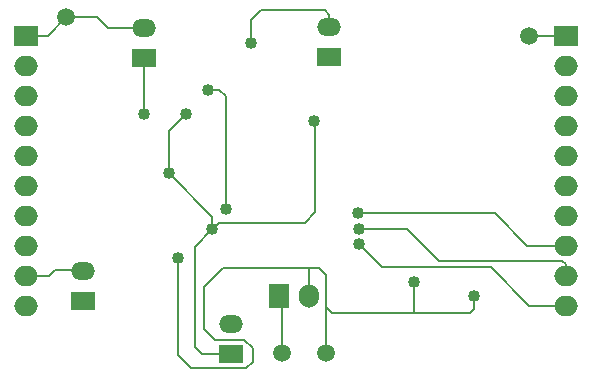
<source format=gbr>
G04 DipTrace 3.3.0.1*
G04 Bottom.gbr*
%MOMM*%
G04 #@! TF.FileFunction,Copper,L2,Bot*
G04 #@! TF.Part,Single*
G04 #@! TA.AperFunction,Conductor*
%ADD13C,0.2*%
%ADD14C,0.15*%
G04 #@! TA.AperFunction,ComponentPad*
%ADD17O,2.0X1.5*%
%ADD18R,2.0X1.5*%
%ADD19R,2.0X1.7*%
%ADD20O,2.0X1.7*%
%ADD21R,1.7X2.0*%
%ADD22O,1.7X2.0*%
%ADD23C,1.5*%
G04 #@! TA.AperFunction,ViaPad*
%ADD27C,1.016*%
%FSLAX35Y35*%
G04*
G71*
G90*
G75*
G01*
G04 Bottom*
%LPD*%
X2570000Y3990000D2*
D13*
X2261120D1*
X2171120Y4080000D1*
X1910000D1*
X1753000Y3923000D1*
X1570000D1*
X3964000Y1720000D2*
D14*
Y1960000D1*
X4050000D1*
X4110000Y1900000D1*
Y1630000D1*
X4160000Y1580000D1*
X4860000D1*
X5330000D1*
X5360000Y1610000D1*
Y1720000D1*
X4110000Y1630000D2*
Y1240000D1*
X2859200Y2040000D2*
Y1220800D1*
X2970300Y1109700D1*
X3437510D1*
X3490000Y1162190D1*
Y1276020D1*
X3416020Y1350000D1*
X3170000D1*
X3080000Y1440000D1*
Y1800000D1*
X3240000Y1960000D1*
D13*
X3920000D1*
D14*
X3964000D1*
X4860000Y1840000D2*
Y1580000D1*
X3310000Y1226000D2*
D13*
X3060000D1*
X3000000Y1286000D1*
Y2138500D1*
X3149500Y2288000D1*
X2921700Y3260000D2*
X2778400Y3116700D1*
Y2757300D1*
X5830000Y3920000D2*
X6137000D1*
X6140000Y3923000D1*
X3149500Y2288000D2*
X3201500Y2340000D1*
X3930000D1*
X4020000Y2430000D1*
Y3200010D1*
X4010000D1*
X2778400Y2757300D2*
X3149500Y2386200D1*
Y2288000D1*
X3260000Y2460000D2*
D14*
Y3410000D1*
X3203810Y3466190D1*
X3112500D1*
X4380000Y2420000D2*
X5540773D1*
X5815773Y2145000D1*
X6140000D1*
X4390000Y2290000D2*
X4794190D1*
X5064190Y2020000D1*
X6110000D1*
X6140000Y1990000D1*
Y1891000D1*
X4390000Y2160000D2*
X4587500Y1962500D1*
X5505060D1*
X5830560Y1637000D1*
X6140000D1*
X2570000Y3260000D2*
D13*
Y3736000D1*
X3710000Y1720000D2*
X3740000D1*
Y1240000D1*
X3480000Y3860000D2*
Y4060000D1*
X3560000Y4140000D1*
X4100000D1*
X4140000Y4100000D1*
Y4000000D1*
X2050000Y1930000D2*
Y1940000D1*
X1812373D1*
X1763373Y1891000D1*
X1570000D1*
D27*
X4380000Y2420000D3*
X4390000Y2290000D3*
Y2160000D3*
X3260000Y2460000D3*
X4860000Y1840000D3*
X2859200Y2040000D3*
X5360000Y1720000D3*
X4010000Y3200010D3*
X3149500Y2288000D3*
X2778400Y2757300D3*
X2921700Y3260000D3*
X3112500Y3466190D3*
X2570000Y3260000D3*
X3480000Y3860000D3*
D17*
X3310000Y1480000D3*
D18*
Y1226000D3*
D17*
X2570000Y3990000D3*
D18*
Y3736000D3*
D17*
X4140000Y4000000D3*
D18*
Y3746000D3*
D17*
X2050000Y1930000D3*
D18*
Y1676000D3*
D19*
X1570000Y3923000D3*
D20*
Y3669000D3*
Y3415000D3*
Y3161000D3*
Y2907000D3*
Y2653000D3*
Y2399000D3*
Y2145000D3*
Y1891000D3*
Y1637000D3*
D19*
X6140000Y3923000D3*
D20*
Y3669000D3*
Y3415000D3*
Y3161000D3*
Y2907000D3*
Y2653000D3*
Y2399000D3*
Y2145000D3*
Y1891000D3*
Y1637000D3*
D21*
X3710000Y1720000D3*
D22*
X3964000D3*
D23*
X1910000Y4080000D3*
X5830000Y3920000D3*
X4110000Y1240000D3*
X3740000D3*
M02*

</source>
